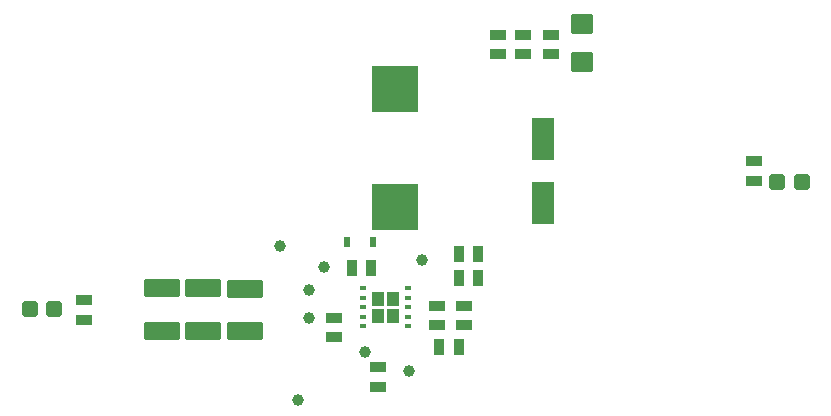
<source format=gtp>
G04*
G04 #@! TF.GenerationSoftware,Altium Limited,Altium Designer,23.5.1 (21)*
G04*
G04 Layer_Color=8421504*
%FSLAX25Y25*%
%MOIN*%
G70*
G04*
G04 #@! TF.SameCoordinates,615E306F-8B44-468D-B2DF-EE0A1C7CF722*
G04*
G04*
G04 #@! TF.FilePolarity,Positive*
G04*
G01*
G75*
%ADD15R,0.04134X0.05118*%
%ADD16C,0.03937*%
%ADD17R,0.02362X0.01181*%
G04:AMPARAMS|DCode=18|XSize=55.12mil|YSize=35.43mil|CornerRadius=2.66mil|HoleSize=0mil|Usage=FLASHONLY|Rotation=270.000|XOffset=0mil|YOffset=0mil|HoleType=Round|Shape=RoundedRectangle|*
%AMROUNDEDRECTD18*
21,1,0.05512,0.03012,0,0,270.0*
21,1,0.04980,0.03543,0,0,270.0*
1,1,0.00532,-0.01506,-0.02490*
1,1,0.00532,-0.01506,0.02490*
1,1,0.00532,0.01506,0.02490*
1,1,0.00532,0.01506,-0.02490*
%
%ADD18ROUNDEDRECTD18*%
G04:AMPARAMS|DCode=19|XSize=55.12mil|YSize=35.43mil|CornerRadius=2.66mil|HoleSize=0mil|Usage=FLASHONLY|Rotation=0.000|XOffset=0mil|YOffset=0mil|HoleType=Round|Shape=RoundedRectangle|*
%AMROUNDEDRECTD19*
21,1,0.05512,0.03012,0,0,0.0*
21,1,0.04980,0.03543,0,0,0.0*
1,1,0.00532,0.02490,-0.01506*
1,1,0.00532,-0.02490,-0.01506*
1,1,0.00532,-0.02490,0.01506*
1,1,0.00532,0.02490,0.01506*
%
%ADD19ROUNDEDRECTD19*%
G04:AMPARAMS|DCode=20|XSize=62.99mil|YSize=118.11mil|CornerRadius=4.72mil|HoleSize=0mil|Usage=FLASHONLY|Rotation=90.000|XOffset=0mil|YOffset=0mil|HoleType=Round|Shape=RoundedRectangle|*
%AMROUNDEDRECTD20*
21,1,0.06299,0.10866,0,0,90.0*
21,1,0.05354,0.11811,0,0,90.0*
1,1,0.00945,0.05433,0.02677*
1,1,0.00945,0.05433,-0.02677*
1,1,0.00945,-0.05433,-0.02677*
1,1,0.00945,-0.05433,0.02677*
%
%ADD20ROUNDEDRECTD20*%
%ADD21R,0.07284X0.13976*%
%ADD22R,0.00433X0.02008*%
%ADD23R,0.02480X0.03268*%
%ADD24R,0.15748X0.15748*%
G04:AMPARAMS|DCode=25|XSize=51.18mil|YSize=51.18mil|CornerRadius=5.12mil|HoleSize=0mil|Usage=FLASHONLY|Rotation=180.000|XOffset=0mil|YOffset=0mil|HoleType=Round|Shape=RoundedRectangle|*
%AMROUNDEDRECTD25*
21,1,0.05118,0.04095,0,0,180.0*
21,1,0.04095,0.05118,0,0,180.0*
1,1,0.01024,-0.02047,0.02047*
1,1,0.01024,0.02047,0.02047*
1,1,0.01024,0.02047,-0.02047*
1,1,0.01024,-0.02047,-0.02047*
%
%ADD25ROUNDEDRECTD25*%
G04:AMPARAMS|DCode=26|XSize=74.8mil|YSize=68.9mil|CornerRadius=6.89mil|HoleSize=0mil|Usage=FLASHONLY|Rotation=0.000|XOffset=0mil|YOffset=0mil|HoleType=Round|Shape=RoundedRectangle|*
%AMROUNDEDRECTD26*
21,1,0.07480,0.05512,0,0,0.0*
21,1,0.06102,0.06890,0,0,0.0*
1,1,0.01378,0.03051,-0.02756*
1,1,0.01378,-0.03051,-0.02756*
1,1,0.01378,-0.03051,0.02756*
1,1,0.01378,0.03051,0.02756*
%
%ADD26ROUNDEDRECTD26*%
D15*
X123730Y-109412D02*
D03*
Y-115317D02*
D03*
X128651Y-109412D02*
D03*
Y-115317D02*
D03*
D16*
X91000Y-92000D02*
D03*
X133900Y-133500D02*
D03*
X119300Y-127300D02*
D03*
X138371Y-96672D02*
D03*
X100600Y-106500D02*
D03*
X96900Y-143300D02*
D03*
X105700Y-99000D02*
D03*
X100700Y-115900D02*
D03*
D17*
X133671Y-106065D02*
D03*
X118710D02*
D03*
Y-109215D02*
D03*
Y-112365D02*
D03*
Y-115514D02*
D03*
Y-118664D02*
D03*
X133671Y-109215D02*
D03*
Y-112365D02*
D03*
Y-115514D02*
D03*
Y-118664D02*
D03*
D18*
X115004Y-99300D02*
D03*
X121500D02*
D03*
X157148Y-102600D02*
D03*
X150652D02*
D03*
Y-94700D02*
D03*
X157148D02*
D03*
X150648Y-125500D02*
D03*
X144152D02*
D03*
D19*
X152500Y-111752D02*
D03*
Y-118248D02*
D03*
X181200Y-21552D02*
D03*
Y-28048D02*
D03*
X171900Y-21452D02*
D03*
Y-27948D02*
D03*
X123700Y-138748D02*
D03*
Y-132252D02*
D03*
X143200Y-118248D02*
D03*
Y-111752D02*
D03*
X109100Y-122348D02*
D03*
Y-115852D02*
D03*
X163700Y-27948D02*
D03*
Y-21452D02*
D03*
X249000Y-70148D02*
D03*
Y-63652D02*
D03*
X25600Y-110004D02*
D03*
Y-116500D02*
D03*
D20*
X79200Y-106113D02*
D03*
Y-120287D02*
D03*
X51600Y-106013D02*
D03*
Y-120187D02*
D03*
X65392Y-105991D02*
D03*
Y-120165D02*
D03*
D21*
X178800Y-56170D02*
D03*
Y-77430D02*
D03*
D22*
X126191Y-112365D02*
D03*
D23*
X113210Y-90600D02*
D03*
X121990D02*
D03*
D24*
X129400Y-78885D02*
D03*
Y-39515D02*
D03*
D25*
X265034Y-70700D02*
D03*
X256766D02*
D03*
X15834Y-113000D02*
D03*
X7566D02*
D03*
D26*
X191600Y-30499D02*
D03*
Y-17901D02*
D03*
M02*

</source>
